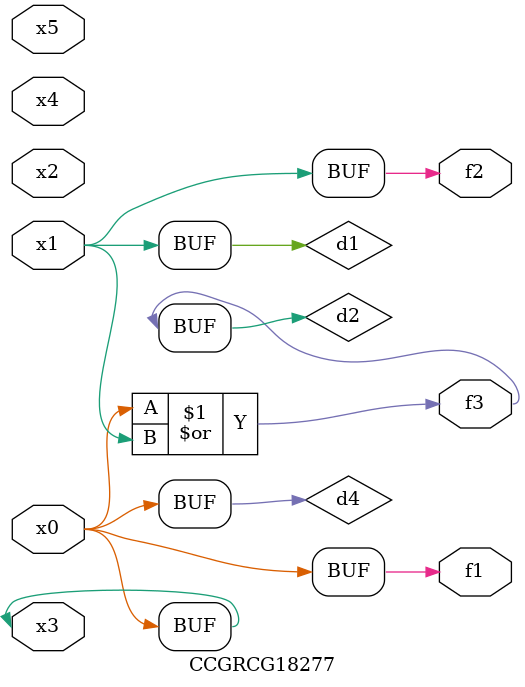
<source format=v>
module CCGRCG18277(
	input x0, x1, x2, x3, x4, x5,
	output f1, f2, f3
);

	wire d1, d2, d3, d4;

	and (d1, x1);
	or (d2, x0, x1);
	nand (d3, x0, x5);
	buf (d4, x0, x3);
	assign f1 = d4;
	assign f2 = d1;
	assign f3 = d2;
endmodule

</source>
